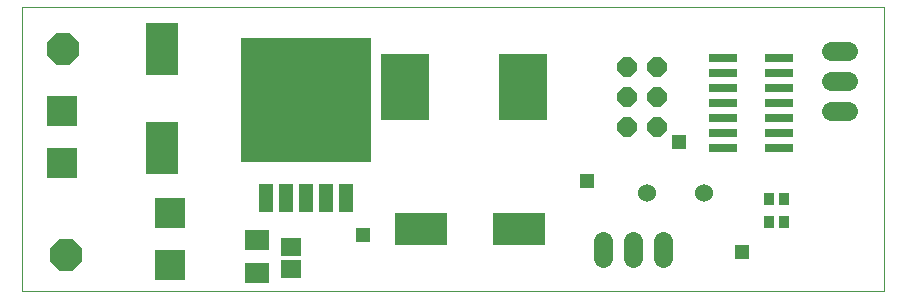
<source format=gts>
G75*
%MOIN*%
%OFA0B0*%
%FSLAX25Y25*%
%IPPOS*%
%LPD*%
%AMOC8*
5,1,8,0,0,1.08239X$1,22.5*
%
%ADD10C,0.00000*%
%ADD11R,0.10643X0.17729*%
%ADD12R,0.17729X0.10643*%
%ADD13R,0.10249X0.10249*%
%ADD14R,0.43320X0.41784*%
%ADD15R,0.05000X0.09300*%
%ADD16OC8,0.06400*%
%ADD17R,0.15957X0.22454*%
%ADD18R,0.07898X0.07099*%
%ADD19C,0.06400*%
%ADD20C,0.06000*%
%ADD21R,0.06706X0.05918*%
%ADD22R,0.09400X0.03000*%
%ADD23OC8,0.10800*%
%ADD24R,0.03556X0.04343*%
%ADD25R,0.04762X0.04762*%
D10*
X0019583Y0001600D02*
X0019583Y0096128D01*
X0306985Y0096128D01*
X0306985Y0001600D01*
X0019583Y0001600D01*
D11*
X0066276Y0049395D03*
X0066276Y0082072D03*
D12*
X0152772Y0022191D03*
X0185450Y0022191D03*
D13*
X0069032Y0027466D03*
X0033127Y0044159D03*
X0033127Y0061482D03*
X0069032Y0010143D03*
D14*
X0114426Y0065222D03*
D15*
X0114426Y0032422D03*
X0121126Y0032422D03*
X0127826Y0032422D03*
X0107726Y0032422D03*
X0101026Y0032422D03*
D16*
X0221513Y0056364D03*
X0231513Y0056364D03*
X0231513Y0066364D03*
X0221513Y0066364D03*
X0221513Y0076364D03*
X0231513Y0076364D03*
D17*
X0186729Y0069435D03*
X0147556Y0069435D03*
D18*
X0098048Y0018655D03*
X0098048Y0007458D03*
D19*
X0213560Y0012501D02*
X0213560Y0018101D01*
X0223560Y0018101D02*
X0223560Y0012501D01*
X0233560Y0012501D02*
X0233560Y0018101D01*
X0289539Y0061679D02*
X0295139Y0061679D01*
X0295139Y0071679D02*
X0289539Y0071679D01*
X0289539Y0081679D02*
X0295139Y0081679D01*
D20*
X0246997Y0034198D03*
X0227997Y0034198D03*
D21*
X0109268Y0016285D03*
X0109268Y0008805D03*
D22*
X0253551Y0049159D03*
X0253551Y0054159D03*
X0253551Y0059159D03*
X0253551Y0064159D03*
X0253551Y0069159D03*
X0253551Y0074159D03*
X0253551Y0079159D03*
X0272151Y0079159D03*
X0272151Y0074159D03*
X0272151Y0069159D03*
X0272151Y0064159D03*
X0272151Y0059159D03*
X0272151Y0054159D03*
X0272151Y0049159D03*
D23*
X0034387Y0013687D03*
X0033245Y0082112D03*
D24*
X0268599Y0032309D03*
X0273717Y0032309D03*
X0273717Y0024435D03*
X0268599Y0024435D03*
D25*
X0259741Y0014592D03*
X0208166Y0038214D03*
X0238875Y0051206D03*
X0133363Y0020104D03*
M02*

</source>
